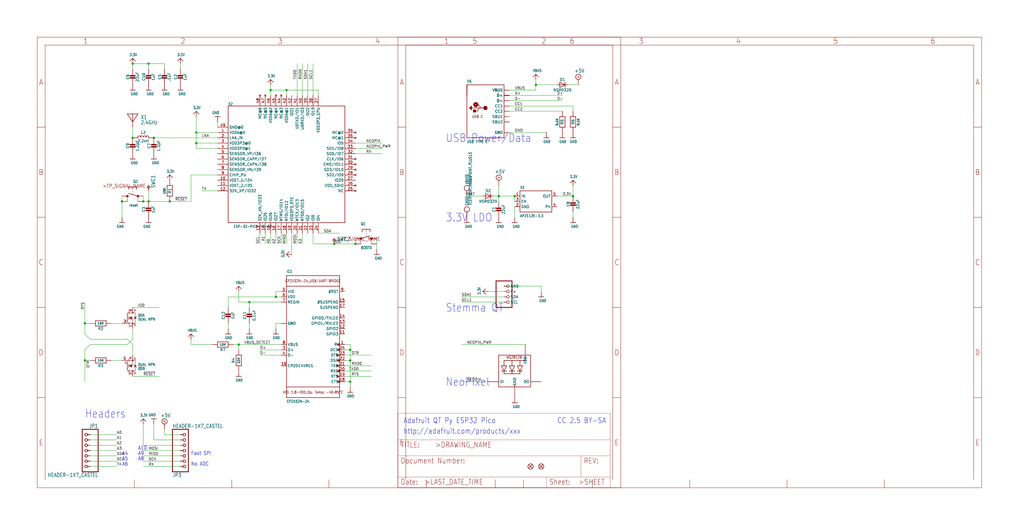
<source format=kicad_sch>
(kicad_sch (version 20211123) (generator eeschema)
  (paper "User" 490.22 254.406)
  (junction (at 246.38 93.98))
  (junction (at 40.64 172.72))
  (junction (at 256.54 40.64))
  (junction (at 137.16 43.18))
  (junction (at 167.64 182.88))
  (junction (at 114.3 165.1))
  (junction (at 167.64 172.72))
  (junction (at 40.64 154.94))
  (junction (at 274.32 93.98))
  (junction (at 63.5 30.48))
  (junction (at 93.98 63.5))
  (junction (at 81.28 96.52))
  (junction (at 170.18 116.84))
  (junction (at 63.5 66.04))
  (junction (at 129.54 43.18))
  (junction (at 58.42 96.52))
  (junction (at 73.66 66.04))
  (junction (at 238.76 93.98))
  (junction (at 71.12 96.52))
  (junction (at 119.38 144.78))
  (junction (at 167.64 167.64))
  (junction (at 93.98 68.58))
  (junction (at 71.12 30.48))
  (junction (at 160.02 116.84))
  (junction (at 132.08 142.24))
  (junction (at 68.58 96.52))
  (wire (pts (xy 119.38 144.78) (xy 114.3 144.78)))
  (wire (pts (xy 109.22 142.24) (xy 109.22 147.32)))
  (wire (pts (xy 73.66 66.04) (xy 104.14 66.04)))
  (wire (pts (xy 71.12 96.52) (xy 81.28 96.52)))
  (wire (pts (xy 40.64 172.72) (xy 40.64 182.88)))
  (wire (pts (xy 119.38 154.94) (xy 119.38 157.48)))
  (wire (pts (xy 86.36 218.44) (xy 68.58 218.44)))
  (wire (pts (xy 101.6 165.1) (xy 91.44 165.1)))
  (wire (pts (xy 104.14 60.96) (xy 104.14 58.42)))
  (wire (pts (xy 137.16 43.18) (xy 137.16 45.72)))
  (wire (pts (xy 256.54 40.64) (xy 256.54 43.18)))
  (wire (pts (xy 170.18 114.3) (xy 170.18 116.84)))
  (wire (pts (xy 134.62 111.76) (xy 134.62 116.84)))
  (wire (pts (xy 43.18 210.82) (xy 55.88 210.82)))
  (wire (pts (xy 170.18 71.12) (xy 182.88 71.12)))
  (wire (pts (xy 55.88 213.36) (xy 43.18 213.36)))
  (wire (pts (xy 53.34 154.94) (xy 58.42 154.94)))
  (wire (pts (xy 71.12 33.02) (xy 71.12 30.48)))
  (wire (pts (xy 243.84 45.72) (xy 269.24 45.72)))
  (wire (pts (xy 165.1 180.34) (xy 177.8 180.34)))
  (wire (pts (xy 58.42 104.14) (xy 58.42 96.52)))
  (wire (pts (xy 238.76 96.52) (xy 238.76 93.98)))
  (wire (pts (xy 137.16 43.18) (xy 152.4 43.18)))
  (wire (pts (xy 238.76 93.98) (xy 246.38 93.98)))
  (wire (pts (xy 55.88 208.28) (xy 43.18 208.28)))
  (wire (pts (xy 119.38 144.78) (xy 119.38 147.32)))
  (wire (pts (xy 63.5 165.1) (xy 60.96 162.56)))
  (wire (pts (xy 223.52 93.98) (xy 231.14 93.98)))
  (wire (pts (xy 134.62 165.1) (xy 114.3 165.1)))
  (wire (pts (xy 129.54 43.18) (xy 137.16 43.18)))
  (wire (pts (xy 266.7 93.98) (xy 274.32 93.98)))
  (wire (pts (xy 167.64 182.88) (xy 167.64 185.42)))
  (wire (pts (xy 246.38 99.06) (xy 246.38 104.14)))
  (wire (pts (xy 60.96 165.1) (xy 43.18 165.1)))
  (wire (pts (xy 81.28 96.52) (xy 91.44 96.52)))
  (wire (pts (xy 167.64 172.72) (xy 167.64 167.64)))
  (wire (pts (xy 165.1 165.1) (xy 167.64 165.1)))
  (wire (pts (xy 149.86 45.72) (xy 149.86 30.48)))
  (wire (pts (xy 152.4 45.72) (xy 152.4 43.18)))
  (wire (pts (xy 274.32 104.14) (xy 274.32 101.6)))
  (wire (pts (xy 58.42 93.98) (xy 58.42 96.52)))
  (wire (pts (xy 165.1 175.26) (xy 177.8 175.26)))
  (wire (pts (xy 86.36 215.9) (xy 68.58 215.9)))
  (wire (pts (xy 109.22 154.94) (xy 109.22 157.48)))
  (wire (pts (xy 177.8 177.8) (xy 165.1 177.8)))
  (wire (pts (xy 132.08 139.7) (xy 132.08 142.24)))
  (wire (pts (xy 43.18 223.52) (xy 55.88 223.52)))
  (wire (pts (xy 132.08 142.24) (xy 109.22 142.24)))
  (wire (pts (xy 241.3 139.7) (xy 233.68 139.7)))
  (wire (pts (xy 104.14 91.44) (xy 96.52 91.44)))
  (wire (pts (xy 134.62 144.78) (xy 119.38 144.78)))
  (wire (pts (xy 261.62 63.5) (xy 243.84 63.5)))
  (wire (pts (xy 170.18 116.84) (xy 160.02 116.84)))
  (wire (pts (xy 63.5 162.56) (xy 60.96 165.1)))
  (wire (pts (xy 93.98 63.5) (xy 93.98 55.88)))
  (wire (pts (xy 243.84 53.34) (xy 269.24 53.34)))
  (wire (pts (xy 60.96 162.56) (xy 43.18 162.56)))
  (wire (pts (xy 129.54 111.76) (xy 129.54 116.84)))
  (wire (pts (xy 167.64 182.88) (xy 167.64 172.72)))
  (wire (pts (xy 63.5 33.02) (xy 63.5 30.48)))
  (wire (pts (xy 165.1 170.18) (xy 177.8 170.18)))
  (wire (pts (xy 132.08 154.94) (xy 132.08 157.48)))
  (wire (pts (xy 243.84 50.8) (xy 274.32 50.8)))
  (wire (pts (xy 241.3 144.78) (xy 220.98 144.78)))
  (wire (pts (xy 243.84 48.26) (xy 269.24 48.26)))
  (wire (pts (xy 86.36 210.82) (xy 73.66 210.82)))
  (wire (pts (xy 40.64 172.72) (xy 43.18 172.72)))
  (wire (pts (xy 241.3 142.24) (xy 220.98 142.24)))
  (wire (pts (xy 170.18 68.58) (xy 182.88 68.58)))
  (wire (pts (xy 58.42 172.72) (xy 53.34 172.72)))
  (wire (pts (xy 246.38 96.52) (xy 246.38 93.98)))
  (wire (pts (xy 144.78 111.76) (xy 144.78 116.84)))
  (wire (pts (xy 68.58 213.36) (xy 68.58 203.2)))
  (wire (pts (xy 180.34 114.3) (xy 180.34 119.38)))
  (wire (pts (xy 78.74 33.02) (xy 78.74 30.48)))
  (wire (pts (xy 124.46 170.18) (xy 134.62 170.18)))
  (wire (pts (xy 149.86 116.84) (xy 160.02 116.84)))
  (wire (pts (xy 149.86 111.76) (xy 149.86 116.84)))
  (wire (pts (xy 43.18 165.1) (xy 40.64 167.64)))
  (wire (pts (xy 165.1 182.88) (xy 167.64 182.88)))
  (wire (pts (xy 86.36 208.28) (xy 78.74 208.28)))
  (wire (pts (xy 40.64 167.64) (xy 40.64 172.72)))
  (wire (pts (xy 86.36 223.52) (xy 68.58 223.52)))
  (wire (pts (xy 170.18 73.66) (xy 182.88 73.66)))
  (wire (pts (xy 63.5 170.18) (xy 63.5 165.1)))
  (wire (pts (xy 104.14 63.5) (xy 93.98 63.5)))
  (wire (pts (xy 43.18 162.56) (xy 40.64 160.02)))
  (wire (pts (xy 274.32 50.8) (xy 274.32 53.34)))
  (wire (pts (xy 137.16 111.76) (xy 137.16 116.84)))
  (wire (pts (xy 93.98 63.5) (xy 93.98 68.58)))
  (wire (pts (xy 167.64 165.1) (xy 167.64 167.64)))
  (wire (pts (xy 63.5 157.48) (xy 63.5 162.56)))
  (wire (pts (xy 142.24 45.72) (xy 142.24 30.48)))
  (wire (pts (xy 167.64 167.64) (xy 165.1 167.64)))
  (wire (pts (xy 104.14 71.12) (xy 93.98 71.12)))
  (wire (pts (xy 274.32 88.9) (xy 274.32 93.98)))
  (wire (pts (xy 55.88 218.44) (xy 43.18 218.44)))
  (wire (pts (xy 256.54 43.18) (xy 243.84 43.18)))
  (wire (pts (xy 259.08 137.16) (xy 259.08 139.7)))
  (wire (pts (xy 271.78 40.64) (xy 276.86 40.64)))
  (wire (pts (xy 144.78 45.72) (xy 144.78 30.48)))
  (wire (pts (xy 134.62 139.7) (xy 132.08 139.7)))
  (wire (pts (xy 152.4 111.76) (xy 162.56 111.76)))
  (wire (pts (xy 63.5 66.04) (xy 63.5 60.96)))
  (wire (pts (xy 40.64 160.02) (xy 40.64 154.94)))
  (wire (pts (xy 104.14 83.82) (xy 91.44 83.82)))
  (wire (pts (xy 86.36 220.98) (xy 68.58 220.98)))
  (wire (pts (xy 129.54 45.72) (xy 129.54 43.18)))
  (wire (pts (xy 78.74 208.28) (xy 78.74 205.74)))
  (wire (pts (xy 256.54 38.1) (xy 256.54 40.64)))
  (wire (pts (xy 40.64 144.78) (xy 40.64 154.94)))
  (wire (pts (xy 68.58 96.52) (xy 71.12 96.52)))
  (wire (pts (xy 43.18 220.98) (xy 55.88 220.98)))
  (wire (pts (xy 93.98 68.58) (xy 104.14 68.58)))
  (wire (pts (xy 139.7 121.92) (xy 139.7 111.76)))
  (wire (pts (xy 124.46 111.76) (xy 124.46 116.84)))
  (wire (pts (xy 43.18 215.9) (xy 55.88 215.9)))
  (wire (pts (xy 251.46 165.1) (xy 220.98 165.1)))
  (wire (pts (xy 76.2 180.34) (xy 63.5 180.34)))
  (wire (pts (xy 86.36 30.48) (xy 86.36 33.02)))
  (wire (pts (xy 40.64 154.94) (xy 43.18 154.94)))
  (wire (pts (xy 241.3 137.16) (xy 259.08 137.16)))
  (wire (pts (xy 71.12 91.44) (xy 71.12 96.52)))
  (wire (pts (xy 233.68 182.88) (xy 220.98 182.88)))
  (wire (pts (xy 63.5 147.32) (xy 76.2 147.32)))
  (wire (pts (xy 78.74 30.48) (xy 71.12 30.48)))
  (wire (pts (xy 68.58 96.52) (xy 68.58 93.98)))
  (wire (pts (xy 167.64 172.72) (xy 165.1 172.72)))
  (wire (pts (xy 71.12 30.48) (xy 63.5 30.48)))
  (wire (pts (xy 114.3 165.1) (xy 111.76 165.1)))
  (wire (pts (xy 114.3 165.1) (xy 114.3 167.64)))
  (wire (pts (xy 124.46 167.64) (xy 134.62 167.64)))
  (wire (pts (xy 238.76 88.9) (xy 238.76 93.98)))
  (wire (pts (xy 93.98 71.12) (xy 93.98 68.58)))
  (wire (pts (xy 134.62 154.94) (xy 132.08 154.94)))
  (wire (pts (xy 134.62 142.24) (xy 132.08 142.24)))
  (wire (pts (xy 132.08 111.76) (xy 132.08 116.84)))
  (wire (pts (xy 147.32 45.72) (xy 147.32 30.48)))
  (wire (pts (xy 236.22 93.98) (xy 238.76 93.98)))
  (wire (pts (xy 73.66 210.82) (xy 73.66 203.2)))
  (wire (pts (xy 256.54 40.64) (xy 266.7 40.64)))
  (wire (pts (xy 142.24 111.76) (xy 142.24 116.84)))
  (wire (pts (xy 127 111.76) (xy 127 116.84)))
  (wire (pts (xy 86.36 213.36) (xy 68.58 213.36)))
  (wire (pts (xy 91.44 165.1) (xy 91.44 162.56)))
  (wire (pts (xy 114.3 144.78) (xy 114.3 139.7)))
  (wire (pts (xy 91.44 83.82) (xy 91.44 96.52)))
  (wire (pts (xy 129.54 43.18) (xy 129.54 40.64)))
  (text "Stemma QT" (at 213.36 149.86 180) (effects (font (size 3.81 3.2385)) (justify left bottom)))
  (text "USB Power/Data" (at 213.36 68.58 180) (effects (font (size 3.81 3.2385)) (justify left bottom)))
  (text "A6" (at 58.42 223.52 180) (effects (font (size 1.778 1.5113)) (justify left bottom)))
  (text "A10" (at 66.04 215.9 180) (effects (font (size 1.778 1.5113)) (justify left bottom)))
  (text "3.3V LDO" (at 213.36 106.68 180) (effects (font (size 3.81 3.2385)) (justify left bottom)))
  (text "No ADC" (at 91.44 223.52 180) (effects (font (size 1.778 1.5113)) (justify left bottom)))
  (text "NeoPixel" (at 213.36 185.42 180) (effects (font (size 3.81 3.2385)) (justify left bottom)))
  (text "Headers" (at 40.64 200.66 180) (effects (font (size 3.81 3.2385)) (justify left bottom)))
  (text "A5" (at 58.42 220.98 180) (effects (font (size 1.778 1.5113)) (justify left bottom)))
  (text "A8" (at 66.04 220.98 180) (effects (font (size 1.778 1.5113)) (justify left bottom)))
  (text "A9" (at 66.04 218.44 180) (effects (font (size 1.778 1.5113)) (justify left bottom)))
  (text "Fast SPI" (at 91.44 218.44 180) (effects (font (size 1.778 1.5113)) (justify left bottom)))
  (text "A4" (at 58.42 218.44 180) (effects (font (size 1.778 1.5113)) (justify left bottom)))
  (text "CC 2.5 BY-SA" (at 266.7 203.2 180) (effects (font (size 2.54 2.159)) (justify left bottom)))
  (text "Adafruit QT Py ESP32 Pico" (at 193.04 203.2 180) (effects (font (size 2.54 2.159)) (justify left bottom)))
  (text "http://adafruit.com/products/xxx" (at 193.04 208.28 180) (effects (font (size 2.54 2.159)) (justify left bottom)))
  (label "TXD0" (at 142.24 38.1 90) (effects (font (size 1.2446 1.2446))))
  (label "RTS" (at 40.64 144.78 270) (effects (font (size 1.2446 1.2446))))
  (label "IO0" (at 160.02 116.84 0) (effects (font (size 1.2446 1.2446))))
  (label "MISO" (at 71.12 218.44 0) (effects (font (size 1.2446 1.2446))))
  (label "A1" (at 127 115.57 90) (effects (font (size 1.2446 1.2446))))
  (label "~{RESET}" (at 68.58 180.34 0) (effects (font (size 1.2446 1.2446))))
  (label "MOSI" (at 142.24 116.84 90) (effects (font (size 1.2446 1.2446))))
  (label "CC1" (at 246.38 50.8 0) (effects (font (size 1.2446 1.2446))))
  (label "D+" (at 246.38 45.72 0) (effects (font (size 1.2446 1.2446))))
  (label "NEOPIX_PWR" (at 175.26 71.12 0) (effects (font (size 1.2446 1.2446))))
  (label "A1" (at 55.88 210.82 0) (effects (font (size 1.2446 1.2446))))
  (label "SCL1" (at 149.86 38.1 90) (effects (font (size 1.2446 1.2446))))
  (label "SCK" (at 71.12 220.98 0) (effects (font (size 1.2446 1.2446))))
  (label "NEOPIX_PWR" (at 223.52 165.1 0) (effects (font (size 1.2446 1.2446))))
  (label "GND" (at 246.38 63.5 0) (effects (font (size 1.2446 1.2446))))
  (label "LNA" (at 96.52 66.04 0) (effects (font (size 1.2446 1.2446))))
  (label "DTR" (at 168.275 170.18 0) (effects (font (size 1.2446 1.2446))))
  (label "D+" (at 124.46 167.64 0) (effects (font (size 1.2446 1.2446))))
  (label "TX" (at 96.52 91.44 0) (effects (font (size 1.2446 1.2446))))
  (label "A0" (at 129.54 116.84 90) (effects (font (size 1.2446 1.2446))))
  (label "A2" (at 55.88 213.36 0) (effects (font (size 1.2446 1.2446))))
  (label "~{RESET}" (at 83.82 96.52 0) (effects (font (size 1.2446 1.2446))))
  (label "SDA" (at 154.94 111.76 0) (effects (font (size 1.2446 1.2446))))
  (label "MOSI" (at 71.12 215.9 0) (effects (font (size 1.2446 1.2446))))
  (label "3.3V" (at 269.24 93.98 0) (effects (font (size 1.2446 1.2446))))
  (label "VBUS_DETECT" (at 116.84 165.1 0) (effects (font (size 1.2446 1.2446))))
  (label "IO0" (at 66.04 147.32 0) (effects (font (size 1.2446 1.2446))))
  (label "VBUS" (at 246.38 43.18 0) (effects (font (size 1.2446 1.2446))))
  (label "SDA" (at 55.88 218.44 0) (effects (font (size 1.2446 1.2446))))
  (label "MISO" (at 137.16 116.84 90) (effects (font (size 1.2446 1.2446))))
  (label "RXD0" (at 168.275 175.26 0) (effects (font (size 1.2446 1.2446))))
  (label "A2" (at 132.08 116.84 90) (effects (font (size 1.2446 1.2446))))
  (label "SDA1" (at 147.32 38.1 90) (effects (font (size 1.2446 1.2446))))
  (label "CC2" (at 246.38 53.34 0) (effects (font (size 1.2446 1.2446))))
  (label "NEOPIX" (at 223.52 182.88 0) (effects (font (size 1.2446 1.2446))))
  (label "SCL1" (at 220.98 144.78 0) (effects (font (size 1.2446 1.2446))))
  (label "VBAT" (at 227.33 93.98 180) (effects (font (size 1.2446 1.2446))))
  (label "TXD0" (at 167.005 177.8 0) (effects (font (size 1.2446 1.2446))))
  (label "A3" (at 144.78 116.84 90) (effects (font (size 1.2446 1.2446))))
  (label "SCL" (at 124.46 116.84 90) (effects (font (size 1.2446 1.2446))))
  (label "TX" (at 55.88 223.52 0) (effects (font (size 1.2446 1.2446))))
  (label "RX" (at 175.26 73.66 0) (effects (font (size 1.2446 1.2446))))
  (label "A0" (at 55.88 208.28 0) (effects (font (size 1.2446 1.2446))))
  (label "SDA1" (at 220.98 142.24 0) (effects (font (size 1.2446 1.2446))))
  (label "D-" (at 246.38 48.26 0) (effects (font (size 1.2446 1.2446))))
  (label "NEOPIX" (at 175.26 68.58 0) (effects (font (size 1.2446 1.2446))))
  (label "RX" (at 71.12 223.52 0) (effects (font (size 1.2446 1.2446))))
  (label "DTR" (at 43.18 172.72 270) (effects (font (size 1.2446 1.2446))))
  (label "SCL" (at 55.88 220.98 0) (effects (font (size 1.2446 1.2446))))
  (label "D-" (at 266.7 48.26 0) (effects (font (size 1.2446 1.2446))))
  (label "D+" (at 266.7 45.72 0) (effects (font (size 1.2446 1.2446))))
  (label "D-" (at 124.46 170.18 0) (effects (font (size 1.2446 1.2446))))
  (label "A3" (at 55.88 215.9 0) (effects (font (size 1.2446 1.2446))))
  (label "RTS" (at 168.275 180.34 0) (effects (font (size 1.2446 1.2446))))
  (label "RXD0" (at 144.78 38.1 90) (effects (font (size 1.2446 1.2446))))
  (label "SCK" (at 134.62 116.84 90) (effects (font (size 1.2446 1.2446))))
  (symbol (lib_id "eagleSchem-eagle-import:GND") (at 274.32 106.68 0) (mirror y) (unit 1)
    (property "Reference" "#GND12" (effects hide))
    (property "Value" "GND" (at 276.86 109.22 0) (effects (font (size 1.27 1.0795)) (justify left bottom)))
    (property "Footprint" "eagleSchem:" (effects hide))
  )
  (symbol (lib_id "eagleSchem-eagle-import:MOSFET-N_DUAL") (at 60.96 175.26 0) (mirror x) (unit 2)
    (property "Reference" "Q5" (at 66.04 175.895 0) (effects (font (size 1.27 1.0795)) (justify left bottom)))
    (property "Value" "DUAL NPN" (at 66.04 173.99 0) (effects (font (size 1.27 1.0795)) (justify left bottom)))
    (property "Footprint" "eagleSchem:SOT363" (effects hide))
  )
  (symbol (lib_id "eagleSchem-eagle-import:CAP_CERAMIC_0603WIDE") (at 71.12 38.1 0) (unit 1)
    (property "Reference" "C19" (at 68.83 36.85 90))
    (property "Value" "1uF" (at 73.42 36.85 90))
    (property "Footprint" "eagleSchem:0603-NO_WIDE" (effects hide))
  )
  (symbol (lib_id "eagleSchem-eagle-import:3.3V") (at 63.5 27.94 0) (unit 1)
    (property "Reference" "#U$19" (effects hide))
    (property "Value" "3.3V" (at 61.976 26.924 0) (effects (font (size 1.27 1.0795)) (justify left bottom)))
    (property "Footprint" "eagleSchem:" (effects hide))
  )
  (symbol (lib_id "eagleSchem-eagle-import:CAP_CERAMIC_0402NO") (at 119.38 152.4 0) (unit 1)
    (property "Reference" "C11" (at 117.09 151.15 90))
    (property "Value" "0.1uF" (at 121.68 151.15 90))
    (property "Footprint" "eagleSchem:_0402NO" (effects hide))
  )
  (symbol (lib_id "eagleSchem-eagle-import:GND") (at 104.14 55.88 0) (mirror x) (unit 1)
    (property "Reference" "#GND9" (effects hide))
    (property "Value" "GND" (at 101.6 53.34 0) (effects (font (size 1.27 1.0795)) (justify left bottom)))
    (property "Footprint" "eagleSchem:" (effects hide))
  )
  (symbol (lib_id "eagleSchem-eagle-import:3.3V") (at 81.28 83.82 0) (unit 1)
    (property "Reference" "#U$4" (effects hide))
    (property "Value" "3.3V" (at 79.756 82.804 0) (effects (font (size 1.27 1.0795)) (justify left bottom)))
    (property "Footprint" "eagleSchem:" (effects hide))
  )
  (symbol (lib_id "eagleSchem-eagle-import:GND") (at 274.32 66.04 0) (unit 1)
    (property "Reference" "#U$14" (effects hide))
    (property "Value" "GND" (at 272.796 68.58 0) (effects (font (size 1.27 1.0795)) (justify left bottom)))
    (property "Footprint" "eagleSchem:" (effects hide))
  )
  (symbol (lib_id "eagleSchem-eagle-import:GND") (at 246.38 106.68 0) (mirror y) (unit 1)
    (property "Reference" "#GND1" (effects hide))
    (property "Value" "GND" (at 248.92 109.22 0) (effects (font (size 1.27 1.0795)) (justify left bottom)))
    (property "Footprint" "eagleSchem:" (effects hide))
  )
  (symbol (lib_id "eagleSchem-eagle-import:HEADER-1X7_CASTEL") (at 88.9 215.9 0) (mirror x) (unit 1)
    (property "Reference" "JP3" (at 82.55 226.695 0) (effects (font (size 1.778 1.5113)) (justify left bottom)))
    (property "Value" "HEADER-1X7_CASTEL" (at 82.55 203.2 0) (effects (font (size 1.778 1.5113)) (justify left bottom)))
    (property "Footprint" "eagleSchem:1X07_CASTEL" (effects hide))
  )
  (symbol (lib_id "eagleSchem-eagle-import:GND") (at 132.08 160.02 0) (unit 1)
    (property "Reference" "#U$15" (effects hide))
    (property "Value" "GND" (at 130.556 162.56 0) (effects (font (size 1.27 1.0795)) (justify left bottom)))
    (property "Footprint" "eagleSchem:" (effects hide))
  )
  (symbol (lib_id "eagleSchem-eagle-import:GND") (at 269.24 66.04 0) (unit 1)
    (property "Reference" "#U$9" (effects hide))
    (property "Value" "GND" (at 267.716 68.58 0) (effects (font (size 1.27 1.0795)) (justify left bottom)))
    (property "Footprint" "eagleSchem:" (effects hide))
  )
  (symbol (lib_id "eagleSchem-eagle-import:+5V") (at 276.86 38.1 0) (unit 1)
    (property "Reference" "#SUPPLY2" (effects hide))
    (property "Value" "+5V" (at 274.955 34.925 0) (effects (font (size 1.778 1.5113)) (justify left bottom)))
    (property "Footprint" "eagleSchem:" (effects hide))
  )
  (symbol (lib_id "eagleSchem-eagle-import:FRAME_A_L") (at 190.5 233.68 0) (unit 2)
    (property "Reference" "#FRAME1" (effects hide))
    (property "Value" "FRAME_A_L" (effects hide))
    (property "Footprint" "eagleSchem:" (effects hide))
  )
  (symbol (lib_id "eagleSchem-eagle-import:WS2812B_SK6805_1515") (at 246.38 180.34 0) (unit 1)
    (property "Reference" "LED1" (effects hide))
    (property "Value" "WS2812B_SK6805_1515" (effects hide))
    (property "Footprint" "eagleSchem:SK6805_1515" (effects hide))
  )
  (symbol (lib_id "eagleSchem-eagle-import:VBUS") (at 91.44 160.02 0) (unit 1)
    (property "Reference" "#U$29" (effects hide))
    (property "Value" "VBUS" (at 89.916 159.004 0) (effects (font (size 1.27 1.0795)) (justify left bottom)))
    (property "Footprint" "eagleSchem:" (effects hide))
  )
  (symbol (lib_id "eagleSchem-eagle-import:TESTPOINT_PLUS13") (at 223.52 93.98 0) (unit 1)
    (property "Reference" "VBAT0" (at 223.52 88.392 90) (effects (font (size 1.27 1.0795)) (justify left)))
    (property "Value" "TESTPOINT_PLUS13" (at 225.171 88.392 90) (effects (font (size 1.27 1.0795)) (justify left)))
    (property "Footprint" "eagleSchem:TESTPOINT_PLUS_1X3MM" (effects hide))
  )
  (symbol (lib_id "eagleSchem-eagle-import:VBUS") (at 114.3 137.16 0) (unit 1)
    (property "Reference" "#U$21" (effects hide))
    (property "Value" "VBUS" (at 112.776 136.144 0) (effects (font (size 1.27 1.0795)) (justify left bottom)))
    (property "Footprint" "eagleSchem:" (effects hide))
  )
  (symbol (lib_id "eagleSchem-eagle-import:SWITCH_TACT_SMT4.6X2.8") (at 175.26 114.3 0) (unit 1)
    (property "Reference" "Q1" (at 172.72 107.95 0) (effects (font (size 1.27 1.0795)) (justify left bottom)))
    (property "Value" "BOOT0" (at 172.72 119.38 0) (effects (font (size 1.27 1.0795)) (justify left bottom)))
    (property "Footprint" "eagleSchem:BTN_KMR2_4.6X2.8" (effects hide))
  )
  (symbol (lib_id "eagleSchem-eagle-import:CAP_CERAMIC_0402NO") (at 78.74 38.1 0) (unit 1)
    (property "Reference" "C5" (at 76.45 36.85 90))
    (property "Value" ".1uF" (at 81.04 36.85 90))
    (property "Footprint" "eagleSchem:_0402NO" (effects hide))
  )
  (symbol (lib_id "eagleSchem-eagle-import:VBUS") (at 256.54 35.56 0) (unit 1)
    (property "Reference" "#U$5" (effects hide))
    (property "Value" "VBUS" (at 255.016 34.544 0) (effects (font (size 1.27 1.0795)) (justify left bottom)))
    (property "Footprint" "eagleSchem:" (effects hide))
  )
  (symbol (lib_id "eagleSchem-eagle-import:USB_C") (at 233.68 53.34 0) (unit 1)
    (property "Reference" "X6" (at 223.52 39.624 0) (effects (font (size 1.27 1.0795)) (justify left bottom)))
    (property "Value" "USB TYPE C" (at 223.52 68.58 0) (effects (font (size 1.27 1.0795)) (justify left bottom)))
    (property "Footprint" "eagleSchem:USB_C_CUSB31-CFM2AX-01-X" (effects hide))
  )
  (symbol (lib_id "eagleSchem-eagle-import:GND") (at 114.3 180.34 0) (unit 1)
    (property "Reference" "#U$28" (effects hide))
    (property "Value" "GND" (at 112.776 182.88 0) (effects (font (size 1.27 1.0795)) (justify left bottom)))
    (property "Footprint" "eagleSchem:" (effects hide))
  )
  (symbol (lib_id "eagleSchem-eagle-import:STEMMA_I2C_QTSKINNY") (at 241.3 142.24 0) (unit 1)
    (property "Reference" "CONN1" (effects hide))
    (property "Value" "STEMMA_I2C_QTSKINNY" (effects hide))
    (property "Footprint" "eagleSchem:JST_SH4_SKINNY" (effects hide))
  )
  (symbol (lib_id "eagleSchem-eagle-import:3.3V") (at 137.16 121.92 90) (unit 1)
    (property "Reference" "#U$13" (effects hide))
    (property "Value" "3.3V" (at 136.144 123.444 0) (effects (font (size 1.27 1.0795)) (justify left bottom)))
    (property "Footprint" "eagleSchem:" (effects hide))
  )
  (symbol (lib_id "eagleSchem-eagle-import:GND") (at 259.08 142.24 0) (mirror y) (unit 1)
    (property "Reference" "#GND8" (effects hide))
    (property "Value" "GND" (at 261.62 144.78 0) (effects (font (size 1.27 1.0795)) (justify left bottom)))
    (property "Footprint" "eagleSchem:" (effects hide))
  )
  (symbol (lib_id "eagleSchem-eagle-import:+5V") (at 238.76 86.36 0) (unit 1)
    (property "Reference" "#SUPPLY1" (effects hide))
    (property "Value" "+5V" (at 236.855 83.185 0) (effects (font (size 1.778 1.5113)) (justify left bottom)))
    (property "Footprint" "eagleSchem:" (effects hide))
  )
  (symbol (lib_id "eagleSchem-eagle-import:CP2102N-24") (at 149.86 160.02 0) (unit 1)
    (property "Reference" "IC1" (at 137.16 130.81 0) (effects (font (size 1.27 1.0795)) (justify left bottom)))
    (property "Value" "CP2102N-24" (at 137.16 193.04 0) (effects (font (size 1.27 1.0795)) (justify left bottom)))
    (property "Footprint" "eagleSchem:QFN24_4MM_SMSC" (effects hide))
  )
  (symbol (lib_id "eagleSchem-eagle-import:GND") (at 63.5 76.2 0) (mirror y) (unit 1)
    (property "Reference" "#GND15" (effects hide))
    (property "Value" "GND" (at 66.04 78.74 0) (effects (font (size 1.27 1.0795)) (justify left bottom)))
    (property "Footprint" "eagleSchem:" (effects hide))
  )
  (symbol (lib_id "eagleSchem-eagle-import:RESISTOR_0402NO") (at 48.26 154.94 180) (unit 1)
    (property "Reference" "R2" (at 48.26 157.48 0))
    (property "Value" "10K" (at 48.26 154.94 0) (effects (font (size 1.016 1.016) bold)))
    (property "Footprint" "eagleSchem:_0402NO" (effects hide))
  )
  (symbol (lib_id "eagleSchem-eagle-import:VREG_SOT23-5") (at 256.54 96.52 0) (unit 1)
    (property "Reference" "U1" (at 248.92 90.424 0) (effects (font (size 1.27 1.0795)) (justify left bottom)))
    (property "Value" "AP2112K-3.3" (at 248.92 104.14 0) (effects (font (size 1.27 1.0795)) (justify left bottom)))
    (property "Footprint" "eagleSchem:SOT23-5" (effects hide))
  )
  (symbol (lib_id "eagleSchem-eagle-import:CAP_CERAMIC0805-NOOUTLINE") (at 238.76 101.6 0) (unit 1)
    (property "Reference" "C1" (at 236.47 100.35 90))
    (property "Value" "22uF" (at 241.06 100.35 90))
    (property "Footprint" "eagleSchem:0805-NO" (effects hide))
  )
  (symbol (lib_id "eagleSchem-eagle-import:3.3V") (at 86.36 27.94 0) (unit 1)
    (property "Reference" "#U$17" (effects hide))
    (property "Value" "3.3V" (at 84.836 26.924 0) (effects (font (size 1.27 1.0795)) (justify left bottom)))
    (property "Footprint" "eagleSchem:" (effects hide))
  )
  (symbol (lib_id "eagleSchem-eagle-import:ESP-32-PICO-V3-02") (at 137.16 78.74 0) (unit 1)
    (property "Reference" "X2" (at 109.22 50.546 0) (effects (font (size 1.27 1.0795)) (justify left bottom)))
    (property "Value" "ESP-32-PICO-V3-02" (at 111.76 109.22 0) (effects (font (size 1.27 1.0795)) (justify left bottom)))
    (property "Footprint" "eagleSchem:QFN48_7X7" (effects hide))
  )
  (symbol (lib_id "eagleSchem-eagle-import:MOSFET-N_DUAL") (at 60.96 152.4 0) (unit 1)
    (property "Reference" "Q5" (at 66.04 151.765 0) (effects (font (size 1.27 1.0795)) (justify left bottom)))
    (property "Value" "DUAL NPN" (at 66.04 153.67 0) (effects (font (size 1.27 1.0795)) (justify left bottom)))
    (property "Footprint" "eagleSchem:SOT363" (effects hide))
  )
  (symbol (lib_id "eagleSchem-eagle-import:HEADER-1X7_CASTEL") (at 40.64 215.9 0) (mirror y) (unit 1)
    (property "Reference" "JP1" (at 46.99 205.105 0) (effects (font (size 1.778 1.5113)) (justify left bottom)))
    (property "Value" "HEADER-1X7_CASTEL" (at 46.99 228.6 0) (effects (font (size 1.778 1.5113)) (justify left bottom)))
    (property "Footprint" "eagleSchem:1X07_CASTEL" (effects hide))
  )
  (symbol (lib_id "eagleSchem-eagle-import:SWITCH_TACT_SMT4.6X2.8") (at 63.5 93.98 0) (mirror y) (unit 1)
    (property "Reference" "Q2" (at 66.04 87.63 0) (effects (font (size 1.27 1.0795)) (justify left bottom)))
    (property "Value" "reset" (at 66.04 99.06 0) (effects (font (size 1.27 1.0795)) (justify left bottom)))
    (property "Footprint" "eagleSchem:BTN_KMR2_4.6X2.8" (effects hide))
  )
  (symbol (lib_id "eagleSchem-eagle-import:CAP_CERAMIC_0402NO") (at 86.36 38.1 0) (unit 1)
    (property "Reference" "C2" (at 84.07 36.85 90))
    (property "Value" "1uF" (at 88.66 36.85 90))
    (property "Footprint" "eagleSchem:_0402NO" (effects hide))
  )
  (symbol (lib_id "eagleSchem-eagle-import:RESISTOR_0402NO") (at 48.26 172.72 180) (unit 1)
    (property "Reference" "R3" (at 48.26 175.26 0))
    (property "Value" "10K" (at 48.26 172.72 0) (effects (font (size 1.016 1.016) bold)))
    (property "Footprint" "eagleSchem:_0402NO" (effects hide))
  )
  (symbol (lib_id "eagleSchem-eagle-import:GND") (at 119.38 160.02 0) (unit 1)
    (property "Reference" "#U$26" (effects hide))
    (property "Value" "GND" (at 117.856 162.56 0) (effects (font (size 1.27 1.0795)) (justify left bottom)))
    (property "Footprint" "eagleSchem:" (effects hide))
  )
  (symbol (lib_id "eagleSchem-eagle-import:3.3V") (at 231.14 139.7 90) (unit 1)
    (property "Reference" "#U$2" (effects hide))
    (property "Value" "3.3V" (at 230.124 141.224 0) (effects (font (size 1.27 1.0795)) (justify left bottom)))
    (property "Footprint" "eagleSchem:" (effects hide))
  )
  (symbol (lib_id "eagleSchem-eagle-import:3.3V") (at 274.32 86.36 0) (unit 1)
    (property "Reference" "#U$16" (effects hide))
    (property "Value" "3.3V" (at 272.796 85.344 0) (effects (font (size 1.27 1.0795)) (justify left bottom)))
    (property "Footprint" "eagleSchem:" (effects hide))
  )
  (symbol (lib_id "eagleSchem-eagle-import:CAP_CERAMIC_0402NO") (at 71.12 101.6 0) (unit 1)
    (property "Reference" "C3" (at 68.83 100.35 90))
    (property "Value" "1uF" (at 73.42 100.35 90))
    (property "Footprint" "eagleSchem:_0402NO" (effects hide))
  )
  (symbol (lib_id "eagleSchem-eagle-import:RESISTOR_0402NO") (at 106.68 165.1 180) (unit 1)
    (property "Reference" "R7" (at 106.68 167.64 0))
    (property "Value" "10K" (at 106.68 165.1 0) (effects (font (size 1.016 1.016) bold)))
    (property "Footprint" "eagleSchem:_0402NO" (effects hide))
  )
  (symbol (lib_id "eagleSchem-eagle-import:GND") (at 73.66 76.2 0) (mirror y) (unit 1)
    (property "Reference" "#GND16" (effects hide))
    (property "Value" "GND" (at 76.2 78.74 0) (effects (font (size 1.27 1.0795)) (justify left bottom)))
    (property "Footprint" "eagleSchem:" (effects hide))
  )
  (symbol (lib_id "eagleSchem-eagle-import:ANTENNA_JOHANSON_2450AT18B100") (at 63.5 58.42 0) (unit 1)
    (property "Reference" "X1" (at 67.31 57.15 0) (effects (font (size 1.778 1.5113)) (justify left bottom)))
    (property "Value" "2.4GHz" (at 67.31 59.69 0) (effects (font (size 1.778 1.5113)) (justify left bottom)))
    (property "Footprint" "eagleSchem:ANT_2450AT18B100" (effects hide))
  )
  (symbol (lib_id "eagleSchem-eagle-import:GND") (at 238.76 106.68 0) (mirror y) (unit 1)
    (property "Reference" "#GND3" (effects hide))
    (property "Value" "GND" (at 241.3 109.22 0) (effects (font (size 1.27 1.0795)) (justify left bottom)))
    (property "Footprint" "eagleSchem:" (effects hide))
  )
  (symbol (lib_id "eagleSchem-eagle-import:+5V") (at 78.74 203.2 0) (unit 1)
    (property "Reference" "#SUPPLY3" (effects hide))
    (property "Value" "+5V" (at 76.835 200.025 0) (effects (font (size 1.778 1.5113)) (justify left bottom)))
    (property "Footprint" "eagleSchem:" (effects hide))
  )
  (symbol (lib_id "eagleSchem-eagle-import:3.3V") (at 93.98 53.34 0) (unit 1)
    (property "Reference" "#U$7" (effects hide))
    (property "Value" "3.3V" (at 92.456 52.324 0) (effects (font (size 1.27 1.0795)) (justify left bottom)))
    (property "Footprint" "eagleSchem:" (effects hide))
  )
  (symbol (lib_id "eagleSchem-eagle-import:CAP_CERAMIC_0402NO") (at 109.22 152.4 0) (unit 1)
    (property "Reference" "C12" (at 106.93 151.15 90))
    (property "Value" "1uF" (at 111.52 151.15 90))
    (property "Footprint" "eagleSchem:_0402NO" (effects hide))
  )
  (symbol (lib_id "eagleSchem-eagle-import:GND") (at 73.66 200.66 0) (mirror x) (unit 1)
    (property "Reference" "#GND2" (effects hide))
    (property "Value" "GND" (at 71.12 198.12 0) (effects (font (size 1.27 1.0795)) (justify left bottom)))
    (property "Footprint" "eagleSchem:" (effects hide))
  )
  (symbol (lib_id "eagleSchem-eagle-import:CAP_CERAMIC0805-NOOUTLINE") (at 63.5 38.1 0) (unit 1)
    (property "Reference" "C6" (at 61.21 36.85 90))
    (property "Value" "22uF" (at 65.8 36.85 90))
    (property "Footprint" "eagleSchem:0805-NO" (effects hide))
  )
  (symbol (lib_id "eagleSchem-eagle-import:DIODE_SOD323MINI") (at 269.24 40.64 0) (unit 1)
    (property "Reference" "D1" (at 269.24 38.1 0))
    (property "Value" "  NSR0320" (at 269.24 43.14 0))
    (property "Footprint" "eagleSchem:SOD-323_MINI" (effects hide))
  )
  (symbol (lib_id "eagleSchem-eagle-import:CAP_CERAMIC_0402NO") (at 73.66 71.12 0) (unit 1)
    (property "Reference" "C7" (at 71.37 69.87 90))
    (property "Value" "1.2pF" (at 75.96 69.87 90))
    (property "Footprint" "eagleSchem:_0402NO" (effects hide))
  )
  (symbol (lib_id "eagleSchem-eagle-import:INDUCTOR_0402") (at 68.58 66.04 0) (unit 1)
    (property "Reference" "L2" (at 68.58 63.5 0))
    (property "Value" "2.2nH" (at 68.58 67.58 0))
    (property "Footprint" "eagleSchem:_0402" (effects hide))
  )
  (symbol (lib_id "eagleSchem-eagle-import:GND") (at 63.5 43.18 0) (mirror y) (unit 1)
    (property "Reference" "#GND10" (effects hide))
    (property "Value" "GND" (at 66.04 45.72 0) (effects (font (size 1.27 1.0795)) (justify left bottom)))
    (property "Footprint" "eagleSchem:" (effects hide))
  )
  (symbol (lib_id "eagleSchem-eagle-import:RESISTOR_0402NO") (at 269.24 58.42 90) (unit 1)
    (property "Reference" "R5" (at 269.24 58.42 0))
    (property "Value" "5.1K" (at 266.7 58.42 0) (effects (font (size 1.016 1.016) bold)))
    (property "Footprint" "eagleSchem:_0402NO" (effects hide))
  )
  (symbol (lib_id "eagleSchem-eagle-import:DIODE_SOD323MINI") (at 233.68 93.98 0) (unit 1)
    (property "Reference" "D2" (at 233.68 91.44 0))
    (property "Value" "  NSR0320" (at 233.68 96.48 0))
    (property "Footprint" "eagleSchem:SOD-323_MINI" (effects hide))
  )
  (symbol (lib_id "eagleSchem-eagle-import:3.3V") (at 68.58 200.66 0) (unit 1)
    (property "Reference" "#U$10" (effects hide))
    (property "Value" "3.3V" (at 67.056 199.644 0) (effects (font (size 1.27 1.0795)) (justify left bottom)))
    (property "Footprint" "eagleSchem:" (effects hide))
  )
  (symbol (lib_id "eagleSchem-eagle-import:GND") (at 167.64 187.96 0) (unit 1)
    (property "Reference" "#U$20" (effects hide))
    (property "Value" "GND" (at 166.116 190.5 0) (effects (font (size 1.27 1.0795)) (justify left bottom)))
    (property "Footprint" "eagleSchem:" (effects hide))
  )
  (symbol (lib_id "eagleSchem-eagle-import:GND") (at 180.34 121.92 0) (mirror y) (unit 1)
    (property "Reference" "#GND7" (effects hide))
    (property "Value" "GND" (at 182.88 124.46 0) (effects (font (size 1.27 1.0795)) (justify left bottom)))
    (property "Footprint" "eagleSchem:" (effects hide))
  )
  (symbol (lib_id "eagleSchem-eagle-import:GND") (at 109.22 160.02 0) (unit 1)
    (property "Reference" "#U$27" (effects hide))
    (property "Value" "GND" (at 107.696 162.56 0) (effects (font (size 1.27 1.0795)) (justify left bottom)))
    (property "Footprint" "eagleSchem:" (effects hide))
  )
  (symbol (lib_id "eagleSchem-eagle-import:FRAME_A_L") (at 17.78 233.68 0) (unit 1)
    (property "Reference" "#FRAME1" (effects hide))
    (property "Value" "FRAME_A_L" (effects hide))
    (property "Footprint" "eagleSchem:" (effects hide))
  )
  (symbol (lib_id "eagleSchem-eagle-import:TPB1,27") (at 160.02 114.3 0) (unit 1)
    (property "Reference" "SWC2" (at 161.29 115.57 0) (effects (font (size 1.778 1.5113)) (justify left bottom)))
    (property "Value" "TPB1,27" (effects hide))
    (property "Footprint" "eagleSchem:B1,27" (effects hide))
  )
  (symbol (lib_id "eagleSchem-eagle-import:GND") (at 71.12 106.68 0) (unit 1)
    (property "Reference" "#GND4" (effects hide))
    (property "Value" "GND" (at 68.58 109.22 0) (effects (font (size 1.27 1.0795)) (justify left bottom)))
    (property "Footprint" "eagleSchem:" (effects hide))
  )
  (symbol (lib_id "eagleSchem-eagle-import:GND") (at 223.52 106.68 0) (mirror y) (unit 1)
    (property "Reference" "#GND27" (effects hide))
    (property "Value" "GND" (at 226.06 109.22 0) (effects (font (size 1.27 1.0795)) (justify left bottom)))
    (property "Footprint" "eagleSchem:" (effects hide))
  )
  (symbol (lib_id "eagleSchem-eagle-import:GND") (at 86.36 43.18 0) (mirror y) (unit 1)
    (property "Reference" "#GND5" (effects hide))
    (property "Value" "GND" (at 88.9 45.72 0) (effects (font (size 1.27 1.0795)) (justify left bottom)))
    (property "Footprint" "eagleSchem:" (effects hide))
  )
  (symbol (lib_id "eagleSchem-eagle-import:FIDUCIAL_1MM") (at 259.08 223.52 0) (unit 1)
    (property "Reference" "U$6" (effects hide))
    (property "Value" "FIDUCIAL_1MM" (effects hide))
    (property "Footprint" "eagleSchem:FIDUCIAL_1MM" (effects hide))
  )
  (symbol (lib_id "eagleSchem-eagle-import:GND") (at 261.62 66.04 0) (unit 1)
    (property "Reference" "#U$1" (effects hide))
    (property "Value" "GND" (at 260.096 68.58 0) (effects (font (size 1.27 1.0795)) (justify left bottom)))
    (property "Footprint" "eagleSchem:" (effects hide))
  )
  (symbol (lib_id "eagleSchem-eagle-import:CAP_CERAMIC0805-NOOUTLINE") (at 274.32 99.06 0) (unit 1)
    (property "Reference" "C8" (at 272.03 97.81 90))
    (property "Value" "22uF" (at 276.62 97.81 90))
    (property "Footprint" "eagleSchem:0805-NO" (effects hide))
  )
  (symbol (lib_id "eagleSchem-eagle-import:RESISTOR_0402NO") (at 81.28 91.44 270) (unit 1)
    (property "Reference" "R1" (at 81.28 91.44 0))
    (property "Value" "10K" (at 78.74 91.44 0) (effects (font (size 1.016 1.016) bold)))
    (property "Footprint" "eagleSchem:_0402NO" (effects hide))
  )
  (symbol (lib_id "eagleSchem-eagle-import:TPB1,27") (at 71.12 88.9 0) (mirror y) (unit 1)
    (property "Reference" "SWC1" (at 72.39 90.17 90) (effects (font (size 1.778 1.5113)) (justify left bottom)))
    (property "Value" "TPB1,27" (effects hide))
    (property "Footprint" "eagleSchem:B1,27" (effects hide))
  )
  (symbol (lib_id "eagleSchem-eagle-import:CAP_CERAMIC_0402NO") (at 63.5 71.12 0) (unit 1)
    (property "Reference" "C9" (at 61.21 69.87 90))
    (property "Value" "1.2pF" (at 65.8 69.87 90))
    (property "Footprint" "eagleSchem:_0402NO" (effects hide))
  )
  (symbol (lib_id "eagleSchem-eagle-import:RESISTOR_0402NO") (at 274.32 58.42 90) (unit 1)
    (property "Reference" "R6" (at 274.32 58.42 0))
    (property "Value" "5.1K" (at 276.86 58.42 0) (effects (font (size 1.016 1.016) bold)))
    (property "Footprint" "eagleSchem:_0402NO" (effects hide))
  )
  (symbol (lib_id "eagleSchem-eagle-import:GND") (at 58.42 106.68 0) (unit 1)
    (property "Reference" "#GND14" (effects hide))
    (property "Value" "GND" (at 55.88 109.22 0) (effects (font (size 1.27 1.0795)) (justify left bottom)))
    (property "Footprint" "eagleSchem:" (effects hide))
  )
  (symbol (lib_id "eagleSchem-eagle-import:FIDUCIAL_1MM") (at 254 223.52 0) (unit 1)
    (property "Reference" "U$8" (effects hide))
    (property "Value" "FIDUCIAL_1MM" (effects hide))
    (property "Footprint" "eagleSchem:FIDUCIAL_1MM" (effects hide))
  )
  (symbol (lib_id "eagleSchem-eagle-import:TESTPOINT_MINUS") (at 223.52 104.14 0) (unit 1)
    (property "Reference" "GND0" (at 223.52 98.552 90) (effects (font (size 1.27 1.0795)) (justify left)))
    (property "Value" "TESTPOINT_MINUS" (at 225.171 98.552 90) (effects (font (size 1.27 1.0795)) (justify left)))
    (property "Footprint" "eagleSchem:TESTPOINT_MINUS_1X3MM" (effects hide))
  )
  (symbol (lib_id "eagleSchem-eagle-import:GND") (at 78.74 43.18 0) (mirror y) (unit 1)
    (property "Reference" "#GND11" (effects hide))
    (property "Value" "GND" (at 81.28 45.72 0) (effects (font (size 1.27 1.0795)) (justify left bottom)))
    (property "Footprint" "eagleSchem:" (effects hide))
  )
  (symbol (lib_id "eagleSchem-eagle-import:3.3V") (at 129.54 38.1 0) (unit 1)
    (property "Reference" "#U$18" (effects hide))
    (property "Value" "3.3V" (at 128.016 37.084 0) (effects (font (size 1.27 1.0795)) (justify left bottom)))
    (property "Footprint" "eagleSchem:" (effects hide))
  )
  (symbol (lib_id "eagleSchem-eagle-import:GND") (at 71.12 43.18 0) (mirror y) (unit 1)
    (property "Reference" "#GND18" (effects hide))
    (property "Value" "GND" (at 73.66 45.72 0) (effects (font (size 1.27 1.0795)) (justify left bottom)))
    (property "Footprint" "eagleSchem:" (effects hide))
  )
  (symbol (lib_id "eagleSchem-eagle-import:GND") (at 246.38 193.04 0) (mirror y) (unit 1)
    (property "Reference" "#GND6" (effects hide))
    (property "Value" "GND" (at 248.92 195.58 0) (effects (font (size 1.27 1.0795)) (justify left bottom)))
    (property "Footprint" "eagleSchem:" (effects hide))
  )
  (symbol (lib_id "eagleSchem-eagle-import:RESISTOR_0402NO") (at 114.3 172.72 90) (unit 1)
    (property "Reference" "R4" (at 111.76 172.72 0))
    (property "Value" "22K" (at 114.3 172.72 0) (effects (font (size 1.016 1.016) bold)))
    (property "Footprint" "eagleSchem:_0402NO" (effects hide))
  )
)
</source>
